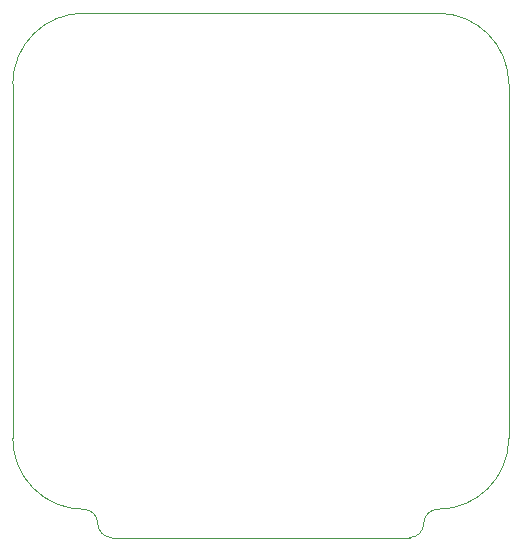
<source format=gbr>
%TF.GenerationSoftware,KiCad,Pcbnew,9.0.1*%
%TF.CreationDate,2025-07-27T20:04:42-04:00*%
%TF.ProjectId,STM32_FlightController,53544d33-325f-4466-9c69-676874436f6e,rev?*%
%TF.SameCoordinates,Original*%
%TF.FileFunction,Profile,NP*%
%FSLAX46Y46*%
G04 Gerber Fmt 4.6, Leading zero omitted, Abs format (unit mm)*
G04 Created by KiCad (PCBNEW 9.0.1) date 2025-07-27 20:04:42*
%MOMM*%
%LPD*%
G01*
G04 APERTURE LIST*
%TA.AperFunction,Profile*%
%ADD10C,0.050000*%
%TD*%
G04 APERTURE END LIST*
D10*
X14762500Y-20487500D02*
X14762500Y-50487500D01*
X23162500Y-58887500D02*
X48362500Y-58887500D01*
X14762500Y-20487500D02*
G75*
G02*
X20762500Y-14487500I6000000J0D01*
G01*
X50762500Y-14487500D02*
G75*
G02*
X56762500Y-20487500I0J-6000000D01*
G01*
X20762500Y-56487500D02*
G75*
G02*
X21962500Y-57687500I0J-1200000D01*
G01*
X56762500Y-50487500D02*
G75*
G02*
X50762500Y-56487500I-6000000J0D01*
G01*
X56762500Y-50487500D02*
X56762500Y-20487500D01*
X49562500Y-57687500D02*
G75*
G02*
X50762500Y-56487500I1200000J0D01*
G01*
X20762500Y-56487500D02*
G75*
G02*
X14762500Y-50487500I0J6000000D01*
G01*
X49562500Y-57687500D02*
G75*
G02*
X48362500Y-58887500I-1200000J0D01*
G01*
X50762500Y-14487500D02*
X20762500Y-14487500D01*
X23162500Y-58887500D02*
G75*
G02*
X21962500Y-57687500I0J1200000D01*
G01*
M02*

</source>
